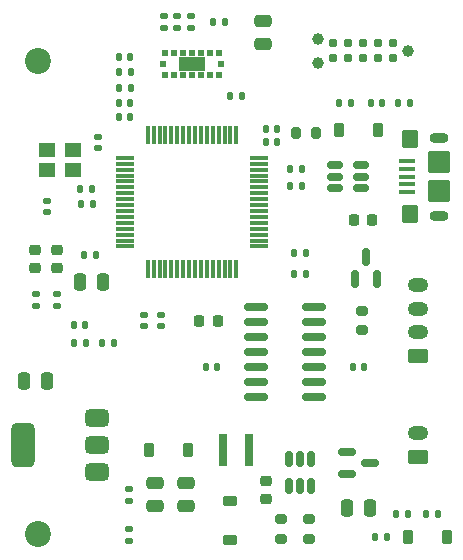
<source format=gbr>
%TF.GenerationSoftware,KiCad,Pcbnew,8.0.6-8.0.6-0~ubuntu24.04.1*%
%TF.CreationDate,2024-11-24T16:01:10-06:00*%
%TF.ProjectId,can_distance_sensor,63616e5f-6469-4737-9461-6e63655f7365,rev?*%
%TF.SameCoordinates,Original*%
%TF.FileFunction,Soldermask,Top*%
%TF.FilePolarity,Negative*%
%FSLAX46Y46*%
G04 Gerber Fmt 4.6, Leading zero omitted, Abs format (unit mm)*
G04 Created by KiCad (PCBNEW 8.0.6-8.0.6-0~ubuntu24.04.1) date 2024-11-24 16:01:10*
%MOMM*%
%LPD*%
G01*
G04 APERTURE LIST*
G04 Aperture macros list*
%AMRoundRect*
0 Rectangle with rounded corners*
0 $1 Rounding radius*
0 $2 $3 $4 $5 $6 $7 $8 $9 X,Y pos of 4 corners*
0 Add a 4 corners polygon primitive as box body*
4,1,4,$2,$3,$4,$5,$6,$7,$8,$9,$2,$3,0*
0 Add four circle primitives for the rounded corners*
1,1,$1+$1,$2,$3*
1,1,$1+$1,$4,$5*
1,1,$1+$1,$6,$7*
1,1,$1+$1,$8,$9*
0 Add four rect primitives between the rounded corners*
20,1,$1+$1,$2,$3,$4,$5,0*
20,1,$1+$1,$4,$5,$6,$7,0*
20,1,$1+$1,$6,$7,$8,$9,0*
20,1,$1+$1,$8,$9,$2,$3,0*%
G04 Aperture macros list end*
%ADD10C,2.200000*%
%ADD11RoundRect,0.135000X-0.185000X0.135000X-0.185000X-0.135000X0.185000X-0.135000X0.185000X0.135000X0*%
%ADD12RoundRect,0.140000X-0.170000X0.140000X-0.170000X-0.140000X0.170000X-0.140000X0.170000X0.140000X0*%
%ADD13RoundRect,0.150000X0.150000X-0.587500X0.150000X0.587500X-0.150000X0.587500X-0.150000X-0.587500X0*%
%ADD14RoundRect,0.225000X0.250000X-0.225000X0.250000X0.225000X-0.250000X0.225000X-0.250000X-0.225000X0*%
%ADD15RoundRect,0.140000X0.140000X0.170000X-0.140000X0.170000X-0.140000X-0.170000X0.140000X-0.170000X0*%
%ADD16C,0.990600*%
%ADD17C,0.787400*%
%ADD18RoundRect,0.225000X-0.225000X-0.375000X0.225000X-0.375000X0.225000X0.375000X-0.225000X0.375000X0*%
%ADD19RoundRect,0.150000X-0.587500X-0.150000X0.587500X-0.150000X0.587500X0.150000X-0.587500X0.150000X0*%
%ADD20RoundRect,0.140000X-0.140000X-0.170000X0.140000X-0.170000X0.140000X0.170000X-0.140000X0.170000X0*%
%ADD21RoundRect,0.225000X-0.375000X0.225000X-0.375000X-0.225000X0.375000X-0.225000X0.375000X0.225000X0*%
%ADD22RoundRect,0.250000X0.625000X-0.350000X0.625000X0.350000X-0.625000X0.350000X-0.625000X-0.350000X0*%
%ADD23O,1.750000X1.200000*%
%ADD24RoundRect,0.150000X-0.825000X-0.150000X0.825000X-0.150000X0.825000X0.150000X-0.825000X0.150000X0*%
%ADD25R,2.311400X1.193800*%
%ADD26R,0.533400X0.508000*%
%ADD27R,0.508000X0.533400*%
%ADD28RoundRect,0.135000X-0.135000X-0.185000X0.135000X-0.185000X0.135000X0.185000X-0.135000X0.185000X0*%
%ADD29RoundRect,0.150000X0.150000X-0.512500X0.150000X0.512500X-0.150000X0.512500X-0.150000X-0.512500X0*%
%ADD30RoundRect,0.135000X0.135000X0.185000X-0.135000X0.185000X-0.135000X-0.185000X0.135000X-0.185000X0*%
%ADD31RoundRect,0.250000X0.250000X0.475000X-0.250000X0.475000X-0.250000X-0.475000X0.250000X-0.475000X0*%
%ADD32RoundRect,0.218750X-0.256250X0.218750X-0.256250X-0.218750X0.256250X-0.218750X0.256250X0.218750X0*%
%ADD33RoundRect,0.200000X-0.200000X-0.275000X0.200000X-0.275000X0.200000X0.275000X-0.200000X0.275000X0*%
%ADD34R,0.800000X2.700000*%
%ADD35RoundRect,0.150000X0.512500X0.150000X-0.512500X0.150000X-0.512500X-0.150000X0.512500X-0.150000X0*%
%ADD36RoundRect,0.135000X0.185000X-0.135000X0.185000X0.135000X-0.185000X0.135000X-0.185000X-0.135000X0*%
%ADD37RoundRect,0.075000X-0.700000X-0.075000X0.700000X-0.075000X0.700000X0.075000X-0.700000X0.075000X0*%
%ADD38RoundRect,0.075000X-0.075000X-0.700000X0.075000X-0.700000X0.075000X0.700000X-0.075000X0.700000X0*%
%ADD39RoundRect,0.225000X-0.225000X-0.250000X0.225000X-0.250000X0.225000X0.250000X-0.225000X0.250000X0*%
%ADD40RoundRect,0.200000X0.275000X-0.200000X0.275000X0.200000X-0.275000X0.200000X-0.275000X-0.200000X0*%
%ADD41RoundRect,0.250000X-0.250000X-0.475000X0.250000X-0.475000X0.250000X0.475000X-0.250000X0.475000X0*%
%ADD42R,1.400000X1.200000*%
%ADD43RoundRect,0.375000X0.625000X0.375000X-0.625000X0.375000X-0.625000X-0.375000X0.625000X-0.375000X0*%
%ADD44RoundRect,0.500000X0.500000X1.400000X-0.500000X1.400000X-0.500000X-1.400000X0.500000X-1.400000X0*%
%ADD45RoundRect,0.100000X0.575000X-0.100000X0.575000X0.100000X-0.575000X0.100000X-0.575000X-0.100000X0*%
%ADD46O,1.600000X0.900000*%
%ADD47RoundRect,0.250000X0.450000X-0.550000X0.450000X0.550000X-0.450000X0.550000X-0.450000X-0.550000X0*%
%ADD48RoundRect,0.250000X0.700000X-0.700000X0.700000X0.700000X-0.700000X0.700000X-0.700000X-0.700000X0*%
%ADD49RoundRect,0.250000X0.475000X-0.250000X0.475000X0.250000X-0.475000X0.250000X-0.475000X-0.250000X0*%
%ADD50RoundRect,0.200000X-0.275000X0.200000X-0.275000X-0.200000X0.275000X-0.200000X0.275000X0.200000X0*%
%ADD51RoundRect,0.140000X0.170000X-0.140000X0.170000X0.140000X-0.170000X0.140000X-0.170000X-0.140000X0*%
%ADD52RoundRect,0.250000X-0.475000X0.250000X-0.475000X-0.250000X0.475000X-0.250000X0.475000X0.250000X0*%
G04 APERTURE END LIST*
D10*
%TO.C,H2*%
X180340000Y-132461000D03*
%TD*%
%TO.C,H1*%
X180340000Y-92456000D03*
%TD*%
D11*
%TO.C,R11*%
X188087000Y-132078000D03*
X188087000Y-133098000D03*
%TD*%
D12*
%TO.C,C7*%
X189357000Y-113947000D03*
X189357000Y-114907000D03*
%TD*%
D13*
%TO.C,D7*%
X207203000Y-110919500D03*
X209103000Y-110919500D03*
X208153000Y-109044500D03*
%TD*%
D11*
%TO.C,R12*%
X188087000Y-128649000D03*
X188087000Y-129669000D03*
%TD*%
D14*
%TO.C,C20*%
X199644000Y-129553000D03*
X199644000Y-128003000D03*
%TD*%
D15*
%TO.C,C15*%
X185265000Y-108839000D03*
X184305000Y-108839000D03*
%TD*%
%TO.C,C5*%
X188186000Y-97155000D03*
X187226000Y-97155000D03*
%TD*%
D16*
%TO.C,J2*%
X211709000Y-91567000D03*
X204089000Y-92583000D03*
X204089000Y-90551000D03*
D17*
X210439000Y-90932000D03*
X209169000Y-90932000D03*
X207899000Y-90932000D03*
X206629000Y-90932000D03*
X205359000Y-90932000D03*
X205359000Y-92202000D03*
X206629000Y-92202000D03*
X207899000Y-92202000D03*
X209169000Y-92202000D03*
X210439000Y-92202000D03*
%TD*%
D18*
%TO.C,D5*%
X189739000Y-125349000D03*
X193039000Y-125349000D03*
%TD*%
D15*
%TO.C,C24*%
X209903000Y-132715000D03*
X208943000Y-132715000D03*
%TD*%
D19*
%TO.C,Q1*%
X206580500Y-125542000D03*
X206580500Y-127442000D03*
X208455500Y-126492000D03*
%TD*%
D20*
%TO.C,C12*%
X202085000Y-110490000D03*
X203045000Y-110490000D03*
%TD*%
D12*
%TO.C,C9*%
X185420000Y-98862000D03*
X185420000Y-99822000D03*
%TD*%
D20*
%TO.C,C8*%
X208562000Y-96012000D03*
X209522000Y-96012000D03*
%TD*%
D21*
%TO.C,D4*%
X196596000Y-129668000D03*
X196596000Y-132968000D03*
%TD*%
D22*
%TO.C,J5*%
X212561000Y-117427000D03*
D23*
X212561000Y-115427000D03*
X212561000Y-113427000D03*
X212561000Y-111427000D03*
%TD*%
D24*
%TO.C,U6*%
X198820000Y-113284000D03*
X198820000Y-114554000D03*
X198820000Y-115824000D03*
X198820000Y-117094000D03*
X198820000Y-118364000D03*
X198820000Y-119634000D03*
X198820000Y-120904000D03*
X203770000Y-120904000D03*
X203770000Y-119634000D03*
X203770000Y-118364000D03*
X203770000Y-117094000D03*
X203770000Y-115824000D03*
X203770000Y-114554000D03*
X203770000Y-113284000D03*
%TD*%
D25*
%TO.C,U7*%
X193421000Y-92710000D03*
D26*
X191170999Y-91757500D03*
X191921000Y-91757500D03*
X192670999Y-91757500D03*
X193421000Y-91757500D03*
X194171001Y-91757500D03*
X194921000Y-91757500D03*
X195671001Y-91757500D03*
D27*
X190969900Y-92710000D03*
X195872100Y-92710000D03*
D26*
X191170999Y-93662500D03*
X191921000Y-93662500D03*
X192670999Y-93662500D03*
X193421000Y-93662500D03*
X194171001Y-93662500D03*
X194921000Y-93662500D03*
X195671001Y-93662500D03*
%TD*%
D18*
%TO.C,D6*%
X211710000Y-132715000D03*
X215010000Y-132715000D03*
%TD*%
D28*
%TO.C,R26*%
X187196000Y-93345000D03*
X188216000Y-93345000D03*
%TD*%
D29*
%TO.C,U4*%
X201615000Y-128391500D03*
X202565000Y-128391500D03*
X203515000Y-128391500D03*
X203515000Y-126116500D03*
X202565000Y-126116500D03*
X201615000Y-126116500D03*
%TD*%
D20*
%TO.C,C6*%
X199672000Y-98171000D03*
X200632000Y-98171000D03*
%TD*%
%TO.C,C25*%
X207038000Y-118364000D03*
X207998000Y-118364000D03*
%TD*%
D28*
%TO.C,R28*%
X187196000Y-94742000D03*
X188216000Y-94742000D03*
%TD*%
D30*
%TO.C,R7*%
X185041000Y-104521000D03*
X184021000Y-104521000D03*
%TD*%
D11*
%TO.C,R10*%
X180213000Y-112139000D03*
X180213000Y-113159000D03*
%TD*%
D20*
%TO.C,C13*%
X202085000Y-108712000D03*
X203045000Y-108712000D03*
%TD*%
D31*
%TO.C,C1*%
X185862000Y-111125000D03*
X183962000Y-111125000D03*
%TD*%
D32*
%TO.C,D2*%
X181991000Y-108432500D03*
X181991000Y-110007500D03*
%TD*%
D18*
%TO.C,D1*%
X205868000Y-98298000D03*
X209168000Y-98298000D03*
%TD*%
D28*
%TO.C,R20*%
X213231000Y-130810000D03*
X214251000Y-130810000D03*
%TD*%
D33*
%TO.C,R1*%
X202248000Y-98552000D03*
X203898000Y-98552000D03*
%TD*%
D30*
%TO.C,R23*%
X196217000Y-89154000D03*
X195197000Y-89154000D03*
%TD*%
D11*
%TO.C,R9*%
X181991000Y-112139000D03*
X181991000Y-113159000D03*
%TD*%
D34*
%TO.C,L1*%
X196004000Y-125349000D03*
X198204000Y-125349000D03*
%TD*%
D35*
%TO.C,U1*%
X207766500Y-103185000D03*
X207766500Y-102235000D03*
X207766500Y-101285000D03*
X205491500Y-101285000D03*
X205491500Y-102235000D03*
X205491500Y-103185000D03*
%TD*%
D15*
%TO.C,C26*%
X195552000Y-118364000D03*
X194592000Y-118364000D03*
%TD*%
D30*
%TO.C,R27*%
X197614000Y-95377000D03*
X196594000Y-95377000D03*
%TD*%
D11*
%TO.C,R22*%
X193294000Y-88644000D03*
X193294000Y-89664000D03*
%TD*%
D36*
%TO.C,R24*%
X192151000Y-89664000D03*
X192151000Y-88644000D03*
%TD*%
D37*
%TO.C,U2*%
X187746000Y-100644000D03*
X187746000Y-101144000D03*
X187746000Y-101644000D03*
X187746000Y-102144000D03*
X187746000Y-102644000D03*
X187746000Y-103144000D03*
X187746000Y-103644000D03*
X187746000Y-104144000D03*
X187746000Y-104644000D03*
X187746000Y-105144000D03*
X187746000Y-105644000D03*
X187746000Y-106144000D03*
X187746000Y-106644000D03*
X187746000Y-107144000D03*
X187746000Y-107644000D03*
X187746000Y-108144000D03*
D38*
X189671000Y-110069000D03*
X190171000Y-110069000D03*
X190671000Y-110069000D03*
X191171000Y-110069000D03*
X191671000Y-110069000D03*
X192171000Y-110069000D03*
X192671000Y-110069000D03*
X193171000Y-110069000D03*
X193671000Y-110069000D03*
X194171000Y-110069000D03*
X194671000Y-110069000D03*
X195171000Y-110069000D03*
X195671000Y-110069000D03*
X196171000Y-110069000D03*
X196671000Y-110069000D03*
X197171000Y-110069000D03*
D37*
X199096000Y-108144000D03*
X199096000Y-107644000D03*
X199096000Y-107144000D03*
X199096000Y-106644000D03*
X199096000Y-106144000D03*
X199096000Y-105644000D03*
X199096000Y-105144000D03*
X199096000Y-104644000D03*
X199096000Y-104144000D03*
X199096000Y-103644000D03*
X199096000Y-103144000D03*
X199096000Y-102644000D03*
X199096000Y-102144000D03*
X199096000Y-101644000D03*
X199096000Y-101144000D03*
X199096000Y-100644000D03*
D38*
X197171000Y-98719000D03*
X196671000Y-98719000D03*
X196171000Y-98719000D03*
X195671000Y-98719000D03*
X195171000Y-98719000D03*
X194671000Y-98719000D03*
X194171000Y-98719000D03*
X193671000Y-98719000D03*
X193171000Y-98719000D03*
X192671000Y-98719000D03*
X192171000Y-98719000D03*
X191671000Y-98719000D03*
X191171000Y-98719000D03*
X190671000Y-98719000D03*
X190171000Y-98719000D03*
X189671000Y-98719000D03*
%TD*%
D22*
%TO.C,J4*%
X212561000Y-125968000D03*
D23*
X212561000Y-123968000D03*
%TD*%
D30*
%TO.C,R3*%
X206885000Y-96012000D03*
X205865000Y-96012000D03*
%TD*%
D28*
%TO.C,R19*%
X210691000Y-130810000D03*
X211711000Y-130810000D03*
%TD*%
D30*
%TO.C,R18*%
X184406000Y-116332000D03*
X183386000Y-116332000D03*
%TD*%
D39*
%TO.C,C4*%
X207124000Y-105918000D03*
X208674000Y-105918000D03*
%TD*%
D32*
%TO.C,D3*%
X180086000Y-108432500D03*
X180086000Y-110007500D03*
%TD*%
D30*
%TO.C,R5*%
X202694000Y-102997000D03*
X201674000Y-102997000D03*
%TD*%
D39*
%TO.C,C14*%
X194043000Y-114427000D03*
X195593000Y-114427000D03*
%TD*%
D40*
%TO.C,R16*%
X203327000Y-132905000D03*
X203327000Y-131255000D03*
%TD*%
D20*
%TO.C,C2*%
X199672000Y-99314000D03*
X200632000Y-99314000D03*
%TD*%
D41*
%TO.C,C17*%
X179202000Y-119507000D03*
X181102000Y-119507000D03*
%TD*%
D42*
%TO.C,Y1*%
X181145000Y-101688000D03*
X183345000Y-101688000D03*
X183345000Y-99988000D03*
X181145000Y-99988000D03*
%TD*%
D43*
%TO.C,U3*%
X185395000Y-127268000D03*
X185395000Y-124968000D03*
D44*
X179095000Y-124968000D03*
D43*
X185395000Y-122668000D03*
%TD*%
D30*
%TO.C,R4*%
X202694000Y-101600000D03*
X201674000Y-101600000D03*
%TD*%
D15*
%TO.C,C23*%
X184376000Y-114808000D03*
X183416000Y-114808000D03*
%TD*%
D30*
%TO.C,R17*%
X186819000Y-116332000D03*
X185799000Y-116332000D03*
%TD*%
D15*
%TO.C,C27*%
X188186000Y-92075000D03*
X187226000Y-92075000D03*
%TD*%
D30*
%TO.C,R6*%
X184912000Y-103251000D03*
X183892000Y-103251000D03*
%TD*%
D12*
%TO.C,C11*%
X190754000Y-113947000D03*
X190754000Y-114907000D03*
%TD*%
D41*
%TO.C,C18*%
X206568000Y-130302000D03*
X208468000Y-130302000D03*
%TD*%
D40*
%TO.C,R15*%
X200914000Y-132905000D03*
X200914000Y-131255000D03*
%TD*%
D30*
%TO.C,R2*%
X211838000Y-96012000D03*
X210818000Y-96012000D03*
%TD*%
D45*
%TO.C,J1*%
X211615000Y-103535000D03*
X211615000Y-102885000D03*
X211615000Y-102235000D03*
X211615000Y-101585000D03*
X211615000Y-100935000D03*
D46*
X214290000Y-105535000D03*
D47*
X211840000Y-105435000D03*
D48*
X214290000Y-103435000D03*
X214290000Y-101035000D03*
D47*
X211840000Y-99035000D03*
D46*
X214290000Y-98935000D03*
%TD*%
D49*
%TO.C,C28*%
X199390000Y-89093000D03*
X199390000Y-90993000D03*
%TD*%
D50*
%TO.C,R21*%
X207772000Y-113602000D03*
X207772000Y-115252000D03*
%TD*%
D51*
%TO.C,C10*%
X181102000Y-105227000D03*
X181102000Y-104267000D03*
%TD*%
D52*
%TO.C,C22*%
X192913000Y-128209000D03*
X192913000Y-130109000D03*
%TD*%
%TO.C,C16*%
X190246000Y-128209000D03*
X190246000Y-130109000D03*
%TD*%
D15*
%TO.C,C3*%
X188186000Y-96012000D03*
X187226000Y-96012000D03*
%TD*%
D36*
%TO.C,R25*%
X191008000Y-89664000D03*
X191008000Y-88644000D03*
%TD*%
M02*

</source>
